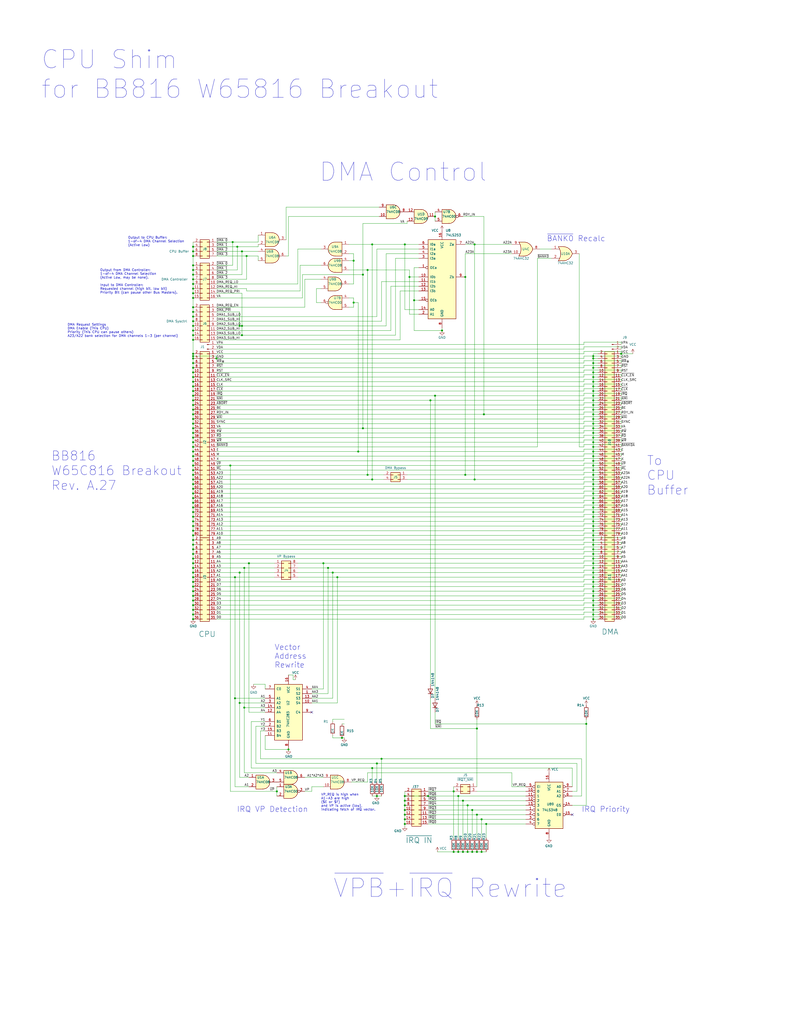
<source format=kicad_sch>
(kicad_sch (version 20230121) (generator eeschema)
  (paper "C" portrait)
  (junction (at 257.81 441.96))
  (junction (at 184.15 314.96))
  (junction (at 105.41 170.18))
  (junction (at 323.85 208.28))
  (junction (at 105.41 281.94))
  (junction (at 132.08 182.88))
  (junction (at 105.41 238.76))
  (junction (at 259.08 261.62))
  (junction (at 105.41 220.98))
  (junction (at 255.27 439.42))
  (junction (at 193.04 142.24))
  (junction (at 105.41 325.12))
  (junction (at 105.41 289.56))
  (junction (at 105.41 134.62))
  (junction (at 105.41 259.08))
  (junction (at 323.85 231.14))
  (junction (at 130.81 177.8))
  (junction (at 220.98 434.34))
  (junction (at 323.85 223.52))
  (junction (at 105.41 302.26))
  (junction (at 128.27 314.96))
  (junction (at 237.49 118.11))
  (junction (at 130.81 383.54))
  (junction (at 220.98 447.04))
  (junction (at 179.07 309.88))
  (junction (at 132.08 177.8))
  (junction (at 151.13 431.8))
  (junction (at 323.85 200.66))
  (junction (at 105.41 312.42))
  (junction (at 157.48 408.94))
  (junction (at 320.04 394.97))
  (junction (at 323.85 220.98))
  (junction (at 323.85 259.08))
  (junction (at 105.41 279.4))
  (junction (at 181.61 312.42))
  (junction (at 105.41 299.72))
  (junction (at 323.85 205.74))
  (junction (at 105.41 213.36))
  (junction (at 105.41 264.16))
  (junction (at 105.41 152.4))
  (junction (at 105.41 203.2))
  (junction (at 105.41 157.48))
  (junction (at 323.85 332.74))
  (junction (at 105.41 251.46))
  (junction (at 200.66 147.32))
  (junction (at 105.41 269.24))
  (junction (at 323.85 271.78))
  (junction (at 323.85 269.24))
  (junction (at 105.41 266.7))
  (junction (at 128.27 381))
  (junction (at 105.41 233.68))
  (junction (at 105.41 210.82))
  (junction (at 203.2 133.35))
  (junction (at 195.58 246.38))
  (junction (at 200.66 259.08))
  (junction (at 323.85 279.4))
  (junction (at 105.41 294.64))
  (junction (at 323.85 335.28))
  (junction (at 186.69 402.59))
  (junction (at 105.41 322.58))
  (junction (at 260.35 444.5))
  (junction (at 208.28 414.02))
  (junction (at 132.08 137.16))
  (junction (at 105.41 167.64))
  (junction (at 323.85 297.18))
  (junction (at 105.41 256.54))
  (junction (at 105.41 309.88))
  (junction (at 252.73 464.82))
  (junction (at 105.41 223.52))
  (junction (at 220.98 449.58))
  (junction (at 323.85 236.22))
  (junction (at 105.41 194.31))
  (junction (at 105.41 208.28))
  (junction (at 323.85 330.2))
  (junction (at 193.04 165.1))
  (junction (at 105.41 205.74))
  (junction (at 203.2 419.1))
  (junction (at 105.41 185.42))
  (junction (at 323.85 304.8))
  (junction (at 105.41 274.32))
  (junction (at 323.85 210.82))
  (junction (at 323.85 327.66))
  (junction (at 264.16 226.06))
  (junction (at 105.41 160.02))
  (junction (at 105.41 180.34))
  (junction (at 255.27 464.82))
  (junction (at 323.85 261.62))
  (junction (at 260.35 397.51))
  (junction (at 105.41 182.88))
  (junction (at 135.89 307.34))
  (junction (at 323.85 213.36))
  (junction (at 323.85 314.96))
  (junction (at 105.41 172.72))
  (junction (at 226.06 163.83))
  (junction (at 105.41 243.84))
  (junction (at 105.41 144.78))
  (junction (at 105.41 231.14))
  (junction (at 323.85 256.54))
  (junction (at 323.85 226.06))
  (junction (at 105.41 154.94))
  (junction (at 105.41 335.28))
  (junction (at 105.41 317.5))
  (junction (at 323.85 266.7))
  (junction (at 265.43 449.58))
  (junction (at 259.08 133.35))
  (junction (at 198.12 149.86))
  (junction (at 254 151.13))
  (junction (at 233.68 434.34))
  (junction (at 105.41 236.22))
  (junction (at 323.85 248.92))
  (junction (at 323.85 312.42))
  (junction (at 105.41 198.12))
  (junction (at 262.89 447.04))
  (junction (at 323.85 307.34))
  (junction (at 125.73 254))
  (junction (at 105.41 261.62))
  (junction (at 323.85 276.86))
  (junction (at 198.12 233.68))
  (junction (at 323.85 320.04))
  (junction (at 105.41 248.92))
  (junction (at 247.65 431.8))
  (junction (at 105.41 195.58))
  (junction (at 323.85 287.02))
  (junction (at 105.41 292.1))
  (junction (at 323.85 299.72))
  (junction (at 323.85 317.5))
  (junction (at 323.85 322.58))
  (junction (at 105.41 228.6))
  (junction (at 105.41 271.78))
  (junction (at 105.41 337.82))
  (junction (at 323.85 284.48))
  (junction (at 234.95 218.44))
  (junction (at 176.53 307.34))
  (junction (at 105.41 332.74))
  (junction (at 205.74 434.34))
  (junction (at 323.85 254))
  (junction (at 247.65 464.82))
  (junction (at 339.09 193.04))
  (junction (at 323.85 264.16))
  (junction (at 254 259.08))
  (junction (at 105.41 177.8))
  (junction (at 105.41 297.18))
  (junction (at 323.85 228.6))
  (junction (at 105.41 200.66))
  (junction (at 127 132.08))
  (junction (at 323.85 292.1))
  (junction (at 220.98 441.96))
  (junction (at 105.41 162.56))
  (junction (at 323.85 281.94))
  (junction (at 105.41 193.04))
  (junction (at 220.98 133.35))
  (junction (at 203.2 261.62))
  (junction (at 129.54 134.62))
  (junction (at 223.52 151.13))
  (junction (at 134.62 139.7))
  (junction (at 105.41 304.8))
  (junction (at 323.85 246.38))
  (junction (at 105.41 147.32))
  (junction (at 323.85 243.84))
  (junction (at 105.41 330.2))
  (junction (at 323.85 302.26))
  (junction (at 105.41 276.86))
  (junction (at 133.35 386.08))
  (junction (at 105.41 320.04))
  (junction (at 323.85 238.76))
  (junction (at 105.41 139.7))
  (junction (at 105.41 287.02))
  (junction (at 105.41 246.38))
  (junction (at 323.85 203.2))
  (junction (at 105.41 327.66))
  (junction (at 220.98 439.42))
  (junction (at 105.41 307.34))
  (junction (at 133.35 309.88))
  (junction (at 241.3 180.34))
  (junction (at 220.98 436.88))
  (junction (at 323.85 337.82))
  (junction (at 323.85 309.88))
  (junction (at 130.81 312.42))
  (junction (at 105.41 149.86))
  (junction (at 105.41 241.3))
  (junction (at 323.85 194.31))
  (junction (at 220.98 444.5))
  (junction (at 260.35 464.82))
  (junction (at 250.19 434.34))
  (junction (at 323.85 241.3))
  (junction (at 323.85 325.12))
  (junction (at 323.85 218.44))
  (junction (at 105.41 175.26))
  (junction (at 105.41 137.16))
  (junction (at 118.11 195.58))
  (junction (at 323.85 294.64))
  (junction (at 323.85 289.56))
  (junction (at 262.89 464.82))
  (junction (at 257.81 464.82))
  (junction (at 205.74 416.56))
  (junction (at 105.41 284.48))
  (junction (at 323.85 251.46))
  (junction (at 323.85 198.12))
  (junction (at 105.41 218.44))
  (junction (at 105.41 226.06))
  (junction (at 105.41 254))
  (junction (at 323.85 233.68))
  (junction (at 105.41 215.9))
  (junction (at 323.85 195.58))
  (junction (at 252.73 436.88))
  (junction (at 323.85 215.9))
  (junction (at 323.85 274.32))
  (junction (at 237.49 215.9))
  (junction (at 105.41 314.96))
  (junction (at 250.19 464.82))
  (no_connect (at 170.18 388.62))
  (no_connect (at 312.42 444.5))
  (wire (pts (xy 318.77 326.39) (xy 318.77 327.66)))
  (wire (pts (xy 105.41 228.6) (xy 105.41 231.14)))
  (wire (pts (xy 118.11 274.32) (xy 318.77 274.32)))
  (wire (pts (xy 163.83 158.75) (xy 134.62 158.75)))
  (wire (pts (xy 293.37 140.97) (xy 300.99 140.97)))
  (wire (pts (xy 200.66 147.32) (xy 223.52 147.32)))
  (wire (pts (xy 255.27 439.42) (xy 287.02 439.42)))
  (wire (pts (xy 140.97 132.08) (xy 140.97 128.27)))
  (wire (pts (xy 118.11 299.72) (xy 318.77 299.72)))
  (wire (pts (xy 323.85 325.12) (xy 323.85 327.66)))
  (wire (pts (xy 118.11 200.66) (xy 318.77 200.66)))
  (wire (pts (xy 157.48 118.11) (xy 157.48 139.7)))
  (wire (pts (xy 118.11 149.86) (xy 132.08 149.86)))
  (wire (pts (xy 191.77 426.72) (xy 200.66 426.72)))
  (wire (pts (xy 318.77 209.55) (xy 318.77 210.82)))
  (wire (pts (xy 339.09 278.13) (xy 339.09 279.4)))
  (wire (pts (xy 163.83 144.78) (xy 163.83 158.75)))
  (wire (pts (xy 339.09 306.07) (xy 318.77 306.07)))
  (wire (pts (xy 339.09 226.06) (xy 339.09 224.79)))
  (wire (pts (xy 318.77 300.99) (xy 318.77 302.26)))
  (wire (pts (xy 105.41 281.94) (xy 105.41 284.48)))
  (wire (pts (xy 118.11 233.68) (xy 198.12 233.68)))
  (wire (pts (xy 127 132.08) (xy 118.11 132.08)))
  (wire (pts (xy 226.06 180.34) (xy 241.3 180.34)))
  (wire (pts (xy 339.09 212.09) (xy 318.77 212.09)))
  (wire (pts (xy 198.12 121.92) (xy 198.12 149.86)))
  (wire (pts (xy 339.09 328.93) (xy 339.09 330.2)))
  (wire (pts (xy 186.69 394.97) (xy 187.96 394.97)))
  (wire (pts (xy 323.85 269.24) (xy 323.85 271.78)))
  (wire (pts (xy 105.41 193.04) (xy 105.41 194.31)))
  (wire (pts (xy 339.09 300.99) (xy 339.09 302.26)))
  (wire (pts (xy 339.09 283.21) (xy 339.09 284.48)))
  (wire (pts (xy 323.85 292.1) (xy 326.39 292.1)))
  (wire (pts (xy 339.09 237.49) (xy 339.09 238.76)))
  (wire (pts (xy 165.1 162.56) (xy 165.1 149.86)))
  (wire (pts (xy 105.41 162.56) (xy 105.41 167.64)))
  (wire (pts (xy 137.16 393.7) (xy 137.16 419.1)))
  (wire (pts (xy 323.85 332.74) (xy 323.85 335.28)))
  (wire (pts (xy 260.35 431.8) (xy 287.02 431.8)))
  (wire (pts (xy 323.85 208.28) (xy 326.39 208.28)))
  (wire (pts (xy 323.85 200.66) (xy 326.39 200.66)))
  (wire (pts (xy 151.13 429.26) (xy 151.13 431.8)))
  (wire (pts (xy 339.09 262.89) (xy 318.77 262.89)))
  (wire (pts (xy 323.85 251.46) (xy 326.39 251.46)))
  (wire (pts (xy 323.85 264.16) (xy 323.85 266.7)))
  (wire (pts (xy 339.09 193.04) (xy 345.44 193.04)))
  (wire (pts (xy 237.49 115.57) (xy 237.49 118.11)))
  (wire (pts (xy 265.43 449.58) (xy 287.02 449.58)))
  (wire (pts (xy 128.27 381) (xy 128.27 429.26)))
  (wire (pts (xy 323.85 241.3) (xy 323.85 243.84)))
  (wire (pts (xy 156.21 113.03) (xy 156.21 130.81)))
  (wire (pts (xy 339.09 193.04) (xy 339.09 191.77)))
  (wire (pts (xy 323.85 330.2) (xy 326.39 330.2)))
  (wire (pts (xy 339.09 208.28) (xy 339.09 207.01)))
  (wire (pts (xy 105.41 279.4) (xy 105.41 281.94)))
  (wire (pts (xy 105.41 287.02) (xy 105.41 289.56)))
  (wire (pts (xy 339.09 293.37) (xy 318.77 293.37)))
  (wire (pts (xy 339.09 232.41) (xy 318.77 232.41)))
  (wire (pts (xy 105.41 231.14) (xy 105.41 233.68)))
  (wire (pts (xy 323.85 312.42) (xy 326.39 312.42)))
  (wire (pts (xy 105.41 200.66) (xy 105.41 203.2)))
  (wire (pts (xy 260.35 429.26) (xy 260.35 397.51)))
  (wire (pts (xy 140.97 139.7) (xy 140.97 142.24)))
  (wire (pts (xy 318.77 217.17) (xy 318.77 218.44)))
  (wire (pts (xy 228.6 156.21) (xy 213.36 156.21)))
  (wire (pts (xy 105.41 160.02) (xy 105.41 162.56)))
  (wire (pts (xy 237.49 394.97) (xy 320.04 394.97)))
  (wire (pts (xy 118.11 198.12) (xy 318.77 198.12)))
  (wire (pts (xy 339.09 255.27) (xy 318.77 255.27)))
  (wire (pts (xy 166.37 431.8) (xy 170.18 431.8)))
  (wire (pts (xy 294.64 135.89) (xy 300.99 135.89)))
  (wire (pts (xy 339.09 224.79) (xy 318.77 224.79)))
  (wire (pts (xy 339.09 240.03) (xy 339.09 241.3)))
  (wire (pts (xy 222.25 261.62) (xy 259.08 261.62)))
  (wire (pts (xy 162.56 312.42) (xy 181.61 312.42)))
  (wire (pts (xy 323.85 317.5) (xy 323.85 320.04)))
  (wire (pts (xy 220.98 133.35) (xy 228.6 133.35)))
  (wire (pts (xy 208.28 414.02) (xy 317.5 414.02)))
  (wire (pts (xy 105.41 238.76) (xy 105.41 241.3)))
  (wire (pts (xy 198.12 121.92) (xy 222.25 121.92)))
  (wire (pts (xy 323.85 238.76) (xy 326.39 238.76)))
  (wire (pts (xy 339.09 316.23) (xy 318.77 316.23)))
  (wire (pts (xy 318.77 308.61) (xy 318.77 309.88)))
  (wire (pts (xy 339.09 285.75) (xy 318.77 285.75)))
  (wire (pts (xy 205.74 416.56) (xy 139.7 416.56)))
  (wire (pts (xy 133.35 386.08) (xy 144.78 386.08)))
  (wire (pts (xy 318.77 237.49) (xy 318.77 238.76)))
  (wire (pts (xy 118.11 243.84) (xy 293.37 243.84)))
  (wire (pts (xy 118.11 167.64) (xy 166.37 167.64)))
  (wire (pts (xy 105.41 259.08) (xy 105.41 261.62)))
  (wire (pts (xy 130.81 383.54) (xy 130.81 424.18)))
  (wire (pts (xy 312.42 439.42) (xy 320.04 439.42)))
  (wire (pts (xy 323.85 335.28) (xy 326.39 335.28)))
  (wire (pts (xy 318.77 318.77) (xy 318.77 320.04)))
  (wire (pts (xy 118.11 266.7) (xy 318.77 266.7)))
  (wire (pts (xy 339.09 229.87) (xy 339.09 231.14)))
  (wire (pts (xy 130.81 312.42) (xy 149.86 312.42)))
  (wire (pts (xy 105.41 294.64) (xy 105.41 297.18)))
  (wire (pts (xy 323.85 218.44) (xy 323.85 220.98)))
  (wire (pts (xy 339.09 331.47) (xy 339.09 332.74)))
  (wire (pts (xy 105.41 177.8) (xy 105.41 180.34)))
  (wire (pts (xy 323.85 281.94) (xy 326.39 281.94)))
  (wire (pts (xy 105.41 139.7) (xy 105.41 144.78)))
  (wire (pts (xy 339.09 252.73) (xy 339.09 254)))
  (wire (pts (xy 323.85 314.96) (xy 326.39 314.96)))
  (wire (pts (xy 339.09 252.73) (xy 318.77 252.73)))
  (wire (pts (xy 220.98 436.88) (xy 220.98 439.42)))
  (wire (pts (xy 181.61 401.32) (xy 181.61 402.59)))
  (wire (pts (xy 203.2 419.1) (xy 137.16 419.1)))
  (wire (pts (xy 130.81 177.8) (xy 132.08 177.8)))
  (wire (pts (xy 228.6 168.91) (xy 220.98 168.91)))
  (wire (pts (xy 105.41 317.5) (xy 105.41 320.04)))
  (wire (pts (xy 323.85 335.28) (xy 323.85 337.82)))
  (wire (pts (xy 320.04 392.43) (xy 320.04 394.97)))
  (wire (pts (xy 118.11 337.82) (xy 318.77 337.82)))
  (wire (pts (xy 186.69 402.59) (xy 187.96 402.59)))
  (wire (pts (xy 323.85 238.76) (xy 323.85 241.3)))
  (wire (pts (xy 125.73 254) (xy 318.77 254)))
  (wire (pts (xy 128.27 314.96) (xy 149.86 314.96)))
  (wire (pts (xy 118.11 281.94) (xy 318.77 281.94)))
  (wire (pts (xy 339.09 262.89) (xy 339.09 264.16)))
  (wire (pts (xy 323.85 330.2) (xy 323.85 332.74)))
  (wire (pts (xy 222.25 121.92) (xy 222.25 120.65)))
  (wire (pts (xy 323.85 246.38) (xy 323.85 248.92)))
  (wire (pts (xy 339.09 218.44) (xy 339.09 217.17)))
  (wire (pts (xy 318.77 290.83) (xy 318.77 292.1)))
  (wire (pts (xy 105.41 137.16) (xy 105.41 139.7)))
  (wire (pts (xy 205.74 172.72) (xy 118.11 172.72)))
  (wire (pts (xy 339.09 311.15) (xy 339.09 312.42)))
  (wire (pts (xy 198.12 233.68) (xy 318.77 233.68)))
  (wire (pts (xy 176.53 429.26) (xy 170.18 429.26)))
  (wire (pts (xy 260.35 444.5) (xy 260.35 457.2)))
  (wire (pts (xy 318.77 293.37) (xy 318.77 294.64)))
  (wire (pts (xy 339.09 334.01) (xy 318.77 334.01)))
  (wire (pts (xy 105.41 205.74) (xy 105.41 208.28)))
  (wire (pts (xy 181.61 381) (xy 181.61 312.42)))
  (wire (pts (xy 323.85 279.4) (xy 326.39 279.4)))
  (wire (pts (xy 314.96 431.8) (xy 312.42 431.8)))
  (wire (pts (xy 339.09 200.66) (xy 339.09 199.39)))
  (wire (pts (xy 318.77 283.21) (xy 318.77 284.48)))
  (wire (pts (xy 181.61 392.43) (xy 181.61 393.7)))
  (wire (pts (xy 195.58 246.38) (xy 195.58 165.1)))
  (wire (pts (xy 170.18 381) (xy 181.61 381)))
  (wire (pts (xy 133.35 421.64) (xy 151.13 421.64)))
  (wire (pts (xy 237.49 394.97) (xy 237.49 388.62)))
  (wire (pts (xy 318.77 336.55) (xy 318.77 337.82)))
  (wire (pts (xy 323.85 322.58) (xy 323.85 325.12)))
  (wire (pts (xy 323.85 228.6) (xy 323.85 231.14)))
  (wire (pts (xy 163.83 144.78) (xy 175.26 144.78)))
  (wire (pts (xy 105.41 248.92) (xy 105.41 251.46)))
  (wire (pts (xy 128.27 429.26) (xy 135.89 429.26)))
  (wire (pts (xy 118.11 322.58) (xy 318.77 322.58)))
  (wire (pts (xy 323.85 228.6) (xy 326.39 228.6)))
  (wire (pts (xy 190.5 167.64) (xy 193.04 167.64)))
  (wire (pts (xy 323.85 233.68) (xy 326.39 233.68)))
  (wire (pts (xy 233.68 441.96) (xy 257.81 441.96)))
  (wire (pts (xy 172.72 165.1) (xy 175.26 165.1)))
  (wire (pts (xy 323.85 215.9) (xy 326.39 215.9)))
  (wire (pts (xy 339.09 217.17) (xy 318.77 217.17)))
  (wire (pts (xy 323.85 327.66) (xy 326.39 327.66)))
  (wire (pts (xy 318.77 224.79) (xy 318.77 226.06)))
  (wire (pts (xy 293.37 140.97) (xy 293.37 243.84)))
  (wire (pts (xy 105.41 264.16) (xy 105.41 266.7)))
  (wire (pts (xy 323.85 317.5) (xy 326.39 317.5)))
  (wire (pts (xy 105.41 170.18) (xy 105.41 172.72)))
  (wire (pts (xy 193.04 162.56) (xy 193.04 165.1)))
  (wire (pts (xy 339.09 273.05) (xy 339.09 274.32)))
  (wire (pts (xy 118.11 287.02) (xy 318.77 287.02)))
  (wire (pts (xy 316.23 243.84) (xy 318.77 243.84)))
  (wire (pts (xy 105.41 236.22) (xy 105.41 238.76)))
  (wire (pts (xy 105.41 180.34) (xy 105.41 182.88)))
  (wire (pts (xy 208.28 153.67) (xy 208.28 175.26)))
  (wire (pts (xy 339.09 321.31) (xy 318.77 321.31)))
  (wire (pts (xy 323.85 294.64) (xy 326.39 294.64)))
  (wire (pts (xy 181.61 312.42) (xy 318.77 312.42)))
  (wire (pts (xy 215.9 140.97) (xy 215.9 182.88)))
  (wire (pts (xy 323.85 281.94) (xy 323.85 284.48)))
  (wire (pts (xy 260.35 444.5) (xy 287.02 444.5)))
  (wire (pts (xy 247.65 431.8) (xy 247.65 457.2)))
  (wire (pts (xy 218.44 158.75) (xy 218.44 185.42)))
  (wire (pts (xy 339.09 219.71) (xy 318.77 219.71)))
  (wire (pts (xy 259.08 133.35) (xy 259.08 261.62)))
  (wire (pts (xy 252.73 436.88) (xy 287.02 436.88)))
  (wire (pts (xy 162.56 309.88) (xy 179.07 309.88)))
  (wire (pts (xy 226.06 146.05) (xy 226.06 163.83)))
  (wire (pts (xy 339.09 247.65) (xy 339.09 248.92)))
  (wire (pts (xy 190.5 133.35) (xy 203.2 133.35)))
  (wire (pts (xy 318.77 229.87) (xy 318.77 231.14)))
  (wire (pts (xy 255.27 464.82) (xy 252.73 464.82)))
  (wire (pts (xy 144.78 401.32) (xy 144.78 408.94)))
  (wire (pts (xy 318.77 222.25) (xy 318.77 223.52)))
  (wire (pts (xy 118.11 304.8) (xy 318.77 304.8)))
  (wire (pts (xy 105.41 302.26) (xy 105.41 304.8)))
  (wire (pts (xy 233.68 444.5) (xy 260.35 444.5)))
  (wire (pts (xy 339.09 250.19) (xy 339.09 251.46)))
  (wire (pts (xy 318.77 204.47) (xy 318.77 205.74)))
  (wire (pts (xy 105.41 208.28) (xy 105.41 210.82)))
  (wire (pts (xy 105.41 289.56) (xy 105.41 292.1)))
  (wire (pts (xy 238.76 464.82) (xy 247.65 464.82)))
  (wire (pts (xy 339.09 267.97) (xy 318.77 267.97)))
  (wire (pts (xy 317.5 434.34) (xy 312.42 434.34)))
  (wire (pts (xy 105.41 325.12) (xy 105.41 327.66)))
  (wire (pts (xy 339.09 313.69) (xy 339.09 314.96)))
  (wire (pts (xy 118.11 320.04) (xy 318.77 320.04)))
  (wire (pts (xy 210.82 177.8) (xy 132.08 177.8)))
  (wire (pts (xy 323.85 320.04) (xy 323.85 322.58)))
  (wire (pts (xy 339.09 278.13) (xy 318.77 278.13)))
  (wire (pts (xy 118.11 213.36) (xy 318.77 213.36)))
  (wire (pts (xy 339.09 191.77) (xy 318.77 191.77)))
  (wire (pts (xy 254 138.43) (xy 254 151.13)))
  (wire (pts (xy 105.41 172.72) (xy 105.41 175.26)))
  (wire (pts (xy 130.81 424.18) (xy 135.89 424.18)))
  (wire (pts (xy 118.11 312.42) (xy 130.81 312.42)))
  (wire (pts (xy 312.42 429.26) (xy 312.42 419.1)))
  (wire (pts (xy 226.06 163.83) (xy 226.06 180.34)))
  (wire (pts (xy 193.04 142.24) (xy 193.04 138.43)))
  (wire (pts (xy 118.11 314.96) (xy 128.27 314.96)))
  (wire (pts (xy 105.41 243.84) (xy 105.41 246.38)))
  (wire (pts (xy 133.35 309.88) (xy 133.35 386.08)))
  (wire (pts (xy 118.11 251.46) (xy 318.77 251.46)))
  (wire (pts (xy 144.78 373.38) (xy 144.78 375.92)))
  (wire (pts (xy 317.5 434.34) (xy 317.5 414.02)))
  (wire (pts (xy 203.2 133.35) (xy 220.98 133.35)))
  (wire (pts (xy 323.85 332.74) (xy 326.39 332.74)))
  (wire (pts (xy 339.09 205.74) (xy 339.09 204.47)))
  (wire (pts (xy 118.11 147.32) (xy 129.54 147.32)))
  (wire (pts (xy 161.29 370.84) (xy 160.02 370.84)))
  (wire (pts (xy 220.98 444.5) (xy 220.98 447.04)))
  (wire (pts (xy 318.77 187.96) (xy 318.77 186.69)))
  (wire (pts (xy 323.85 304.8) (xy 323.85 307.34)))
  (wire (pts (xy 166.37 152.4) (xy 175.26 152.4)))
  (wire (pts (xy 323.85 194.31) (xy 339.09 194.31)))
  (wire (pts (xy 323.85 297.18) (xy 326.39 297.18)))
  (wire (pts (xy 205.74 135.89) (xy 205.74 172.72)))
  (wire (pts (xy 323.85 289.56) (xy 323.85 292.1)))
  (wire (pts (xy 339.09 334.01) (xy 339.09 335.28)))
  (wire (pts (xy 160.02 370.84) (xy 160.02 368.3)))
  (wire (pts (xy 220.98 450.85) (xy 220.98 449.58)))
  (wire (pts (xy 339.09 298.45) (xy 339.09 299.72)))
  (wire (pts (xy 118.11 226.06) (xy 264.16 226.06)))
  (wire (pts (xy 339.09 186.69) (xy 318.77 186.69)))
  (wire (pts (xy 105.41 194.31) (xy 105.41 195.58)))
  (wire (pts (xy 339.09 275.59) (xy 318.77 275.59)))
  (wire (pts (xy 318.77 274.32) (xy 318.77 273.05)))
  (wire (pts (xy 339.09 326.39) (xy 339.09 327.66)))
  (wire (pts (xy 339.09 223.52) (xy 339.09 222.25)))
  (wire (pts (xy 208.28 434.34) (xy 205.74 434.34)))
  (wire (pts (xy 323.85 289.56) (xy 326.39 289.56)))
  (wire (pts (xy 318.77 321.31) (xy 318.77 322.58)))
  (wire (pts (xy 339.09 255.27) (xy 339.09 256.54)))
  (wire (pts (xy 339.09 321.31) (xy 339.09 322.58)))
  (wire (pts (xy 323.85 269.24) (xy 326.39 269.24)))
  (wire (pts (xy 132.08 182.88) (xy 118.11 182.88)))
  (wire (pts (xy 252.73 436.88) (xy 252.73 457.2)))
  (wire (pts (xy 228.6 158.75) (xy 218.44 158.75)))
  (wire (pts (xy 105.41 292.1) (xy 105.41 294.64)))
  (wire (pts (xy 105.41 233.68) (xy 105.41 236.22)))
  (wire (pts (xy 162.56 135.89) (xy 162.56 154.94)))
  (wire (pts (xy 254 138.43) (xy 279.4 138.43)))
  (wire (pts (xy 323.85 198.12) (xy 326.39 198.12)))
  (wire (pts (xy 181.61 402.59) (xy 186.69 402.59)))
  (wire (pts (xy 318.77 243.84) (xy 318.77 242.57)))
  (wire (pts (xy 134.62 139.7) (xy 134.62 152.4)))
  (wire (pts (xy 105.41 198.12) (xy 105.41 200.66)))
  (wire (pts (xy 318.77 227.33) (xy 318.77 228.6)))
  (wire (pts (xy 323.85 233.68) (xy 323.85 236.22)))
  (wire (pts (xy 193.04 165.1) (xy 193.04 167.64)))
  (wire (pts (xy 105.41 304.8) (xy 105.41 307.34)))
  (wire (pts (xy 339.09 222.25) (xy 318.77 222.25)))
  (wire (pts (xy 125.73 431.8) (xy 151.13 431.8)))
  (wire (pts (xy 318.77 313.69) (xy 318.77 314.96)))
  (wire (pts (xy 255.27 464.82) (xy 257.81 464.82)))
  (wire (pts (xy 118.11 195.58) (xy 318.77 195.58)))
  (wire (pts (xy 118.11 317.5) (xy 318.77 317.5)))
  (wire (pts (xy 228.6 138.43) (xy 210.82 138.43)))
  (wire (pts (xy 339.09 308.61) (xy 318.77 308.61)))
  (wire (pts (xy 250.19 464.82) (xy 252.73 464.82)))
  (wire (pts (xy 339.09 290.83) (xy 339.09 292.1)))
  (wire (pts (xy 318.77 214.63) (xy 318.77 215.9)))
  (wire (pts (xy 118.11 307.34) (xy 135.89 307.34)))
  (wire (pts (xy 105.41 182.88) (xy 105.41 185.42)))
  (wire (pts (xy 318.77 259.08) (xy 318.77 257.81)))
  (wire (pts (xy 255.27 439.42) (xy 255.27 457.2)))
  (wire (pts (xy 323.85 200.66) (xy 323.85 203.2)))
  (wire (pts (xy 105.41 309.88) (xy 105.41 312.42)))
  (wire (pts (xy 316.23 138.43) (xy 316.23 243.84)))
  (wire (pts (xy 220.98 439.42) (xy 220.98 441.96)))
  (wire (pts (xy 105.41 246.38) (xy 105.41 248.92)))
  (wire (pts (xy 339.09 336.55) (xy 339.09 337.82)))
  (wire (pts (xy 140.97 134.62) (xy 140.97 133.35)))
  (wire (pts (xy 323.85 266.7) (xy 323.85 269.24)))
  (wire (pts (xy 339.09 201.93) (xy 318.77 201.93)))
  (wire (pts (xy 323.85 254) (xy 323.85 256.54)))
  (wire (pts (xy 323.85 223.52) (xy 326.39 223.52)))
  (wire (pts (xy 203.2 426.72) (xy 203.2 419.1)))
  (wire (pts (xy 105.41 175.26) (xy 105.41 177.8)))
  (wire (pts (xy 264.16 118.11) (xy 252.73 118.11)))
  (wire (pts (xy 318.77 311.15) (xy 318.77 312.42)))
  (wire (pts (xy 118.11 152.4) (xy 134.62 152.4)))
  (wire (pts (xy 127 132.08) (xy 140.97 132.08)))
  (wire (pts (xy 259.08 261.62) (xy 318.77 261.62)))
  (wire (pts (xy 220.98 431.8) (xy 220.98 434.34)))
  (wire (pts (xy 118.11 205.74) (xy 318.77 205.74)))
  (wire (pts (xy 118.11 259.08) (xy 200.66 259.08)))
  (wire (pts (xy 118.11 254) (xy 125.73 254)))
  (wire (pts (xy 118.11 248.92) (xy 318.77 248.92)))
  (wire (pts (xy 323.85 309.88) (xy 326.39 309.88)))
  (wire (pts (xy 193.04 142.24) (xy 193.04 154.94)))
  (wire (pts (xy 323.85 307.34) (xy 326.39 307.34)))
  (wire (pts (xy 135.89 388.62) (xy 144.78 388.62)))
  (wire (pts (xy 323.85 248.92) (xy 323.85 251.46)))
  (wire (pts (xy 105.41 271.78) (xy 105.41 274.32)))
  (wire (pts (xy 323.85 210.82) (xy 326.39 210.82)))
  (wire (pts (xy 118.11 218.44) (xy 234.95 218.44)))
  (wire (pts (xy 105.41 147.32) (xy 105.41 149.86)))
  (wire (pts (xy 105.41 254) (xy 105.41 256.54)))
  (wire (pts (xy 132.08 137.16) (xy 118.11 137.16)))
  (wire (pts (xy 220.98 447.04) (xy 220.98 449.58)))
  (wire (pts (xy 339.09 308.61) (xy 339.09 309.88)))
  (wire (pts (xy 323.85 254) (xy 326.39 254)))
  (wire (pts (xy 228.6 153.67) (xy 208.28 153.67)))
  (wire (pts (xy 205.74 416.56) (xy 205.74 426.72)))
  (wire (pts (xy 339.09 234.95) (xy 339.09 236.22)))
  (wire (pts (xy 318.77 242.57) (xy 339.09 242.57)))
  (wire (pts (xy 193.04 165.1) (xy 195.58 165.1)))
  (wire (pts (xy 105.41 167.64) (xy 105.41 170.18)))
  (wire (pts (xy 323.85 248.92) (xy 326.39 248.92)))
  (wire (pts (xy 226.06 163.83) (xy 228.6 163.83)))
  (wire (pts (xy 118.11 269.24) (xy 318.77 269.24)))
  (wire (pts (xy 318.77 266.7) (xy 318.77 265.43)))
  (wire (pts (xy 339.09 214.63) (xy 318.77 214.63)))
  (wire (pts (xy 130.81 177.8) (xy 118.11 177.8)))
  (wire (pts (xy 323.85 287.02) (xy 326.39 287.02)))
  (wire (pts (xy 118.11 325.12) (xy 318.77 325.12)))
  (wire (pts (xy 339.09 199.39) (xy 318.77 199.39)))
  (wire (pts (xy 323.85 213.36) (xy 323.85 215.9)))
  (wire (pts (xy 118.11 297.18) (xy 318.77 297.18)))
  (wire (pts (xy 118.11 231.14) (xy 318.77 231.14)))
  (wire (pts (xy 323.85 194.31) (xy 323.85 195.58)))
  (wire (pts (xy 118.11 264.16) (xy 318.77 264.16)))
  (wire (pts (xy 205.74 434.34) (xy 203.2 434.34)))
  (wire (pts (xy 220.98 434.34) (xy 220.98 436.88)))
  (wire (pts (xy 160.02 368.3) (xy 157.48 368.3)))
  (wire (pts (xy 220.98 168.91) (xy 220.98 133.35)))
  (wire (pts (xy 318.77 191.77) (xy 318.77 193.04)))
  (wire (pts (xy 323.85 205.74) (xy 326.39 205.74)))
  (wire (pts (xy 134.62 139.7) (xy 140.97 139.7)))
  (wire (pts (xy 250.19 434.34) (xy 287.02 434.34)))
  (wire (pts (xy 172.72 165.1) (xy 172.72 157.48)))
  (wire (pts (xy 233.68 431.8) (xy 247.65 431.8)))
  (wire (pts (xy 184.15 383.54) (xy 184.15 314.96)))
  (wire (pts (xy 339.09 229.87) (xy 318.77 229.87)))
  (wire (pts (xy 132.08 160.02) (xy 132.08 177.8)))
  (wire (pts (xy 118.11 327.66) (xy 318.77 327.66)))
  (wire (pts (xy 200.66 426.72) (xy 200.66 421.64)))
  (wire (pts (xy 260.35 464.82) (xy 257.81 464.82)))
  (wire (pts (xy 198.12 149.86) (xy 198.12 233.68)))
  (wire (pts (xy 339.09 270.51) (xy 339.09 271.78)))
  (wire (pts (xy 323.85 261.62) (xy 323.85 264.16)))
  (wire (pts (xy 323.85 208.28) (xy 323.85 210.82)))
  (wire (pts (xy 323.85 337.82) (xy 326.39 337.82)))
  (wire (pts (xy 105.41 256.54) (xy 105.41 259.08)))
  (wire (pts (xy 118.11 238.76) (xy 318.77 238.76)))
  (wire (pts (xy 142.24 398.78) (xy 142.24 414.02)))
  (wire (pts (xy 170.18 383.54) (xy 184.15 383.54)))
  (wire (pts (xy 105.41 314.96) (xy 105.41 317.5)))
  (wire (pts (xy 318.77 212.09) (xy 318.77 213.36)))
  (wire (pts (xy 339.09 227.33) (xy 318.77 227.33)))
  (wire (pts (xy 157.48 118.11) (xy 207.01 118.11)))
  (wire (pts (xy 323.85 226.06) (xy 326.39 226.06)))
  (wire (pts (xy 223.52 171.45) (xy 223.52 151.13)))
  (wire (pts (xy 105.41 149.86) (xy 105.41 152.4)))
  (wire (pts (xy 323.85 261.62) (xy 326.39 261.62)))
  (wire (pts (xy 323.85 284.48) (xy 323.85 287.02)))
  (wire (pts (xy 144.78 408.94) (xy 157.48 408.94)))
  (wire (pts (xy 220.98 434.34) (xy 233.68 434.34)))
  (wire (pts (xy 210.82 138.43) (xy 210.82 177.8)))
  (wire (pts (xy 323.85 259.08) (xy 323.85 261.62)))
  (wire (pts (xy 195.58 246.38) (xy 318.77 246.38)))
  (wire (pts (xy 279.4 429.26) (xy 287.02 429.26)))
  (wire (pts (xy 105.41 335.28) (xy 105.41 337.82)))
  (wire (pts (xy 254 259.08) (xy 318.77 259.08)))
  (wire (pts (xy 135.89 307.34) (xy 135.89 388.62)))
  (wire (pts (xy 323.85 251.46) (xy 323.85 254)))
  (wire (pts (xy 118.11 284.48) (xy 318.77 284.48)))
  (wire (pts (xy 318.77 245.11) (xy 318.77 246.38)))
  (wire (pts (xy 105.41 215.9) (xy 105.41 218.44)))
  (wire (pts (xy 339.09 257.81) (xy 339.09 259.08)))
  (wire (pts (xy 176.53 307.34) (xy 318.77 307.34)))
  (wire (pts (xy 323.85 302.26) (xy 326.39 302.26)))
  (wire (pts (xy 323.85 210.82) (xy 323.85 213.36)))
  (wire (pts (xy 118.11 210.82) (xy 318.77 210.82)))
  (wire (pts (xy 233.68 449.58) (xy 265.43 449.58)))
  (wire (pts (xy 118.11 215.9) (xy 237.49 215.9)))
  (wire (pts (xy 105.41 241.3) (xy 105.41 243.84)))
  (wire (pts (xy 339.09 215.9) (xy 339.09 214.63)))
  (wire (pts (xy 339.09 283.21) (xy 318.77 283.21)))
  (wire (pts (xy 339.09 237.49) (xy 318.77 237.49)))
  (wire (pts (xy 339.09 186.69) (xy 339.09 187.96)))
  (wire (pts (xy 247.65 429.26) (xy 247.65 431.8)))
  (wire (pts (xy 339.09 189.23) (xy 339.09 190.5)))
  (wire (pts (xy 254 133.35) (xy 259.08 133.35)))
  (wire (pts (xy 187.96 392.43) (xy 181.61 392.43)))
  (wire (pts (xy 339.09 328.93) (xy 318.77 328.93)))
  (wire (pts (xy 118.11 187.96) (xy 318.77 187.96)))
  (wire (pts (xy 323.85 231.14) (xy 323.85 233.68)))
  (wire (pts (xy 105.41 220.98) (xy 105.41 223.52)))
  (wire (pts (xy 323.85 195.58) (xy 326.39 195.58)))
  (wire (pts (xy 318.77 298.45) (xy 318.77 299.72)))
  (wire (pts (xy 323.85 193.04) (xy 323.85 194.31)))
  (wire (pts (xy 323.85 215.9) (xy 323.85 218.44)))
  (wire (pts (xy 190.5 142.24) (xy 193.04 142.24)))
  (wire (pts (xy 105.41 223.52) (xy 105.41 226.06)))
  (wire (pts (xy 323.85 223.52) (xy 323.85 226.06)))
  (wire (pts (xy 339.09 313.69) (xy 318.77 313.69)))
  (wire (pts (xy 323.85 259.08) (xy 326.39 259.08)))
  (wire (pts (xy 339.09 331.47) (xy 318.77 331.47)))
  (wire (pts (xy 118.11 292.1) (xy 318.77 292.1)))
  (wire (pts (xy 139.7 396.24) (xy 139.7 416.56)))
  (wire (pts (xy 223.52 151.13) (xy 228.6 151.13)))
  (wire (pts (xy 156.21 113.03) (xy 207.01 113.03)))
  (wire (pts (xy 203.2 261.62) (xy 209.55 261.62)))
  (wire (pts (xy 339.09 298.45) (xy 318.77 298.45)))
  (wire (pts (xy 323.85 297.18) (xy 323.85 299.72)))
  (wire (pts (xy 323.85 299.72) (xy 326.39 299.72)))
  (wire (pts (xy 128.27 314.96) (xy 128.27 381)))
  (wire (pts (xy 318.77 288.29) (xy 318.77 289.56)))
  (wire (pts (xy 320.04 394.97) (xy 320.04 439.42)))
  (wire (pts (xy 323.85 203.2) (xy 323.85 205.74)))
  (wire (pts (xy 339.09 306.07) (xy 339.09 307.34)))
  (wire (pts (xy 339.09 265.43) (xy 339.09 266.7)))
  (wire (pts (xy 118.11 256.54) (xy 318.77 256.54)))
  (wire (pts (xy 323.85 236.22) (xy 323.85 238.76)))
  (wire (pts (xy 209.55 259.08) (xy 200.66 259.08)))
  (wire (pts (xy 166.37 424.18) (xy 176.53 424.18)))
  (wire (pts (xy 132.08 137.16) (xy 140.97 137.16)))
  (wire (pts (xy 223.52 147.32) (xy 223.52 151.13)))
  (wire (pts (xy 339.09 232.41) (xy 339.09 233.68)))
  (wire (pts (xy 257.81 441.96) (xy 257.81 457.2)))
  (wire (pts (xy 118.11 223.52) (xy 318.77 223.52)))
  (wire (pts (xy 203.2 419.1) (xy 312.42 419.1)))
  (wire (pts (xy 118.11 276.86) (xy 318.77 276.86)))
  (wire (pts (xy 105.41 210.82) (xy 105.41 213.36)))
  (wire (pts (xy 205.74 416.56) (xy 314.96 416.56)))
  (wire (pts (xy 339.09 220.98) (xy 339.09 219.71)))
  (wire (pts (xy 318.77 234.95) (xy 318.77 236.22)))
  (wire (pts (xy 156.21 139.7) (xy 157.48 139.7)))
  (wire (pts (xy 323.85 274.32) (xy 323.85 276.86)))
  (wire (pts (xy 233.68 439.42) (xy 255.27 439.42)))
  (wire (pts (xy 318.77 316.23) (xy 318.77 317.5)))
  (wire (pts (xy 339.09 326.39) (xy 318.77 326.39)))
  (wire (pts (xy 118.11 246.38) (xy 195.58 246.38)))
  (wire (pts (xy 190.5 162.56) (xy 193.04 162.56)))
  (wire (pts (xy 200.66 421.64) (xy 279.4 421.64)))
  (wire (pts (xy 318.77 280.67) (xy 318.77 281.94)))
  (wire (pts (xy 318.77 240.03) (xy 318.77 241.3)))
  (wire (pts (xy 190.5 138.43) (xy 193.04 138.43)))
  (wire (pts (xy 339.09 273.05) (xy 318.77 273.05)))
  (wire (pts (xy 176.53 375.92) (xy 176.53 307.34)))
  (wire (pts (xy 105.41 157.48) (xy 105.41 160.02)))
  (wire (pts (xy 118.11 279.4) (xy 318.77 279.4)))
  (wire (pts (xy 339.09 227.33) (xy 339.09 228.6)))
  (wire (pts (xy 323.85 276.86) (xy 323.85 279.4)))
  (wire (pts (xy 228.6 146.05) (xy 226.06 146.05)))
  (wire (pts (xy 105.41 226.06) (xy 105.41 228.6)))
  (wire (pts (xy 105.41 297.18) (xy 105.41 299.72)))
  (wire (pts (xy 118.11 236.22) (xy 318.77 236.22)))
  (wire (pts (xy 339.09 323.85) (xy 339.09 325.12)))
  (wire (pts (xy 250.19 434.34) (xy 250.19 457.2)))
  (wire (pts (xy 260.35 392.43) (xy 260.35 397.51)))
  (wire (pts (xy 323.85 302.26) (xy 323.85 304.8)))
  (wire (pts (xy 105.41 269.24) (xy 105.41 271.78)))
  (wire (pts (xy 132.08 137.16) (xy 132.08 149.86)))
  (wire (pts (xy 339.09 275.59) (xy 339.09 276.86)))
  (wire (pts (xy 118.11 302.26) (xy 318.77 302.26)))
  (wire (pts (xy 233.68 434.34) (xy 250.19 434.34)))
  (wire (pts (xy 105.41 322.58) (xy 105.41 325.12)))
  (wire (pts (xy 130.81 383.54) (xy 144.78 383.54)))
  (wire (pts (xy 105.41 132.08) (xy 105.41 134.62)))
  (wire (pts (xy 318.77 303.53) (xy 318.77 304.8)))
  (wire (pts (xy 323.85 195.58) (xy 323.85 198.12)))
  (wire (pts (xy 323.85 312.42) (xy 323.85 314.96)))
  (wire (pts (xy 228.6 135.89) (xy 205.74 135.89)))
  (wire (pts (xy 318.77 201.93) (xy 318.77 203.2)))
  (wire (pts (xy 339.09 280.67) (xy 339.09 281.94)))
  (wire (pts (xy 323.85 266.7) (xy 326.39 266.7)))
  (wire (pts (xy 262.89 464.82) (xy 260.35 464.82)))
  (wire (pts (xy 118.11 271.78) (xy 318.77 271.78)))
  (wire (pts (xy 323.85 271.78) (xy 323.85 274.32)))
  (wire (pts (xy 323.85 299.72) (xy 323.85 302.26)))
  (wire (pts (xy 318.77 264.16) (xy 318.77 262.89)))
  (wire (pts (xy 105.41 152.4) (xy 105.41 154.94)))
  (wire (pts (xy 339.09 260.35) (xy 318.77 260.35)))
  (wire (pts (xy 339.09 316.23) (xy 339.09 317.5)))
  (wire (pts (xy 339.09 240.03) (xy 318.77 240.03)))
  (wire (pts (xy 130.81 177.8) (xy 130.81 170.18)))
  (wire (pts (xy 318.77 189.23) (xy 339.09 189.23)))
  (wire (pts (xy 323.85 231.14) (xy 326.39 231.14)))
  (wire (pts (xy 151.13 431.8) (xy 151.13 434.34)))
  (wire (pts (xy 339.09 293.37) (xy 339.09 294.64)))
  (wire (pts (xy 129.54 134.62) (xy 118.11 134.62)))
  (wire (pts (xy 162.56 314.96) (xy 184.15 314.96)))
  (wire (pts (xy 118.11 330.2) (xy 318.77 330.2)))
  (wire (pts (xy 339.09 267.97) (xy 339.09 269.24)))
  (wire (pts (xy 323.85 226.06) (xy 323.85 228.6)))
  (wire (pts (xy 323.85 294.64) (xy 323.85 297.18)))
  (wire (pts (xy 208.28 414.02) (xy 142.24 414.02)))
  (wire (pts (xy 323.85 271.78) (xy 326.39 271.78)))
  (wire (pts (xy 134.62 139.7) (xy 118.11 139.7)))
  (wire (pts (xy 323.85 203.2) (xy 326.39 203.2)))
  (wire (pts (xy 318.77 269.24) (xy 318.77 267.97)))
  (wire (pts (xy 339.09 288.29) (xy 339.09 289.56)))
  (wire (pts (xy 323.85 256.54) (xy 323.85 259.08)))
  (wire (pts (xy 318.77 331.47) (xy 318.77 332.74)))
  (wire (pts (xy 279.4 421.64) (xy 279.4 429.26)))
  (wire (pts (xy 172.72 157.48) (xy 175.26 157.48)))
  (wire (pts (xy 118.11 185.42) (xy 218.44 185.42)))
  (wire (pts (xy 323.85 218.44) (xy 326.39 218.44)))
  (wire (pts (xy 339.09 290.83) (xy 318.77 290.83)))
  (wire (pts (xy 208.28 175.26) (xy 118.11 175.26)))
  (wire (pts (xy 105.41 266.7) (xy 105.41 269.24)))
  (wire (pts (xy 339.09 303.53) (xy 339.09 304.8)))
  (wire (pts (xy 118.11 294.64) (xy 318.77 294.64)))
  (wire (pts (xy 237.49 381) (xy 237.49 215.9)))
  (wire (pts (xy 105.41 203.2) (xy 105.41 205.74)))
  (wire (pts (xy 339.09 318.77) (xy 339.09 320.04)))
  (wire (pts (xy 260.35 397.51) (xy 234.95 397.51)))
  (wire (pts (xy 339.09 300.99) (xy 318.77 300.99)))
  (wire (pts (xy 323.85 327.66) (xy 323.85 330.2)))
  (wire (pts (xy 318.77 271.78) (xy 318.77 270.51)))
  (wire (pts (xy 105.41 144.78) (xy 105.41 147.32)))
  (wire (pts (xy 259.08 133.35) (xy 279.4 133.35)))
  (wire (pts (xy 193.04 154.94) (xy 190.5 154.94)))
  (wire (pts (xy 339.09 280.67) (xy 318.77 280.67)))
  (wire (pts (xy 339.09 203.2) (xy 339.09 201.93)))
  (wire (pts (xy 105.41 299.72) (xy 105.41 302.26)))
  (wire (pts (xy 118.11 208.28) (xy 318.77 208.28)))
  (wire (pts (xy 318.77 199.39) (xy 318.77 200.66)))
  (wire (pts (xy 339.09 336.55) (xy 318.77 336.55)))
  (wire (pts (xy 265.43 464.82) (xy 262.89 464.82)))
  (wire (pts (xy 170.18 378.46) (xy 179.07 378.46)))
  (wire (pts (xy 118.11 309.88) (xy 133.35 309.88)))
  (wire (pts (xy 264.16 118.11) (xy 264.16 226.06)))
  (wire (pts (xy 318.77 250.19) (xy 318.77 251.46)))
  (wire (pts (xy 339.09 209.55) (xy 318.77 209.55)))
  (wire (pts (xy 118.11 289.56) (xy 318.77 289.56)))
  (wire (pts (xy 318.77 207.01) (xy 318.77 208.28)))
  (wire (pts (xy 133.35 309.88) (xy 149.86 309.88)))
  (wire (pts (xy 118.11 180.34) (xy 213.36 180.34)))
  (wire (pts (xy 339.09 265.43) (xy 318.77 265.43)))
  (wire (pts (xy 339.09 295.91) (xy 318.77 295.91)))
  (wire (pts (xy 254 151.13) (xy 254 259.08)))
  (wire (pts (xy 118.11 162.56) (xy 165.1 162.56)))
  (wire (pts (xy 339.09 234.95) (xy 318.77 234.95)))
  (wire (pts (xy 105.41 213.36) (xy 105.41 215.9)))
  (wire (pts (xy 132.08 182.88) (xy 132.08 177.8)))
  (wire (pts (xy 208.28 414.02) (xy 208.28 426.72)))
  (wire (pts (xy 339.09 213.36) (xy 339.09 212.09)))
  (wire (pts (xy 339.09 245.11) (xy 318.77 245.11)))
  (wire (pts (xy 323.85 246.38) (xy 326.39 246.38)))
  (wire (pts (xy 339.09 242.57) (xy 339.09 243.84)))
  (wire (pts (xy 118.11 220.98) (xy 318.77 220.98)))
  (wire (pts (xy 323.85 287.02) (xy 323.85 289.56)))
  (wire (pts (xy 215.9 182.88) (xy 132.08 182.88)))
  (wire (pts (xy 134.62 157.48) (xy 118.11 157.48)))
  (wire (pts (xy 105.41 312.42) (xy 105.41 314.96)))
  (wire (pts (xy 165.1 149.86) (xy 198.12 149.86)))
  (wire (pts (xy 184.15 314.96) (xy 318.77 314.96)))
  (wire (pts (xy 318.77 306.07) (xy 318.77 307.34)))
  (wire (pts (xy 339.09 288.29) (xy 318.77 288.29)))
  (wire (pts (xy 339.09 318.77) (xy 318.77 318.77)))
  (wire (pts (xy 105.41 330.2) (xy 105.41 332.74)))
  (wire (pts (xy 339.09 303.53) (xy 318.77 303.53)))
  (wire (pts (xy 323.85 284.48) (xy 326.39 284.48)))
  (wire (pts (xy 213.36 156.21) (xy 213.36 180.34)))
  (wire (pts (xy 323.85 193.04) (xy 326.39 193.04)))
  (wire (pts (xy 105.41 218.44) (xy 105.41 220.98)))
  (wire (pts (xy 265.43 449.58) (xy 265.43 457.2)))
  (wire (pts (xy 118.11 194.31) (xy 118.11 195.58)))
  (wire (pts (xy 318.77 278.13) (xy 318.77 279.4)))
  (wire (pts (xy 118.11 203.2) (xy 318.77 203.2)))
  (wire (pts (xy 105.41 261.62) (xy 105.41 264.16)))
  (wire (pts (xy 318.77 295.91) (xy 318.77 297.18)))
  (wire (pts (xy 257.81 441.96) (xy 287.02 441.96)))
  (wire (pts (xy 179.07 309.88) (xy 179.07 378.46)))
  (wire (pts (xy 339.09 210.82) (xy 339.09 209.55)))
  (wire (pts (xy 233.68 447.04) (xy 262.89 447.04)))
  (wire (pts (xy 318.77 334.01) (xy 318.77 335.28)))
  (wire (pts (xy 250.19 464.82) (xy 247.65 464.82)))
  (wire (pts (xy 228.6 171.45) (xy 223.52 171.45)))
  (wire (pts (xy 220.98 441.96) (xy 220.98 444.5)))
  (wire (pts (xy 176.53 375.92) (xy 170.18 375.92)))
  (wire (pts (xy 105.41 195.58) (xy 105.41 198.12)))
  (wire (pts (xy 118.11 241.3) (xy 318.77 241.3)))
  (wire (pts (xy 125.73 254) (xy 125.73 431.8)))
  (wire (pts (xy 323.85 220.98) (xy 323.85 223.52)))
  (wire (pts (xy 318.77 194.31) (xy 323.85 194.31)))
  (wire (pts (xy 339.09 204.47) (xy 318.77 204.47)))
  (wire (pts (xy 105.41 274.32) (xy 105.41 276.86)))
  (wire (pts (xy 323.85 309.88) (xy 323.85 312.42)))
  (wire (pts (xy 339.09 207.01) (xy 318.77 207.01)))
  (wire (pts (xy 339.09 311.15) (xy 318.77 311.15)))
  (wire (pts (xy 138.43 373.38) (xy 144.78 373.38)))
  (wire (pts (xy 318.77 255.27) (xy 318.77 256.54)))
  (wire (pts (xy 314.96 416.56) (xy 314.96 431.8)))
  (wire (pts (xy 323.85 205.74) (xy 323.85 208.28)))
  (wire (pts (xy 318.77 219.71) (xy 318.77 220.98)))
  (wire (pts (xy 241.3 180.34) (xy 241.3 179.07)))
  (wire (pts (xy 318.77 323.85) (xy 318.77 325.12)))
  (wire (pts (xy 318.77 190.5) (xy 318.77 189.23)))
  (wire (pts (xy 105.41 251.46) (xy 105.41 254)))
  (wire (pts (xy 105.41 327.66) (xy 105.41 330.2)))
  (wire (pts (xy 105.41 185.42) (xy 105.41 193.04)))
  (wire (pts (xy 118.11 261.62) (xy 203.2 261.62)))
  (wire (pts (xy 118.11 160.02) (xy 132.08 160.02)))
  (wire (pts (xy 318.77 261.62) (xy 318.77 260.35)))
  (wire (pts (xy 323.85 220.98) (xy 326.39 220.98)))
  (wire (pts (xy 105.41 284.48) (xy 105.41 287.02)))
  (wire (pts (xy 323.85 274.32) (xy 326.39 274.32)))
  (wire (pts (xy 318.77 232.41) (xy 318.77 233.68)))
  (wire (pts (xy 203.2 133.35) (xy 203.2 261.62)))
  (wire (pts (xy 133.35 386.08) (xy 133.35 421.64)))
  (wire (pts (xy 222.25 259.08) (xy 254 259.08)))
  (wire (pts (xy 237.49 215.9) (xy 318.77 215.9)))
  (wire (pts (xy 234.95 218.44) (xy 318.77 218.44)))
  (wire (pts (xy 118.11 190.5) (xy 318.77 190.5)))
  (wire (pts (xy 234.95 218.44) (xy 234.95 373.38)))
  (wire (pts (xy 105.41 320.04) (xy 105.41 322.58)))
  (wire (pts (xy 323.85 292.1) (xy 323.85 294.64)))
  (wire (pts (xy 234.95 381) (xy 234.95 397.51)))
  (wire (pts (xy 105.41 332.74) (xy 105.41 335.28)))
  (wire (pts (xy 233.68 436.88) (xy 252.73 436.88)))
  (wire (pts (xy 137.16 393.7) (xy 144.78 393.7)))
  (wire (pts (xy 339.09 295.91) (xy 339.09 297.18)))
  (wire (pts (xy 323.85 325.12) (xy 326.39 325.12)))
  (wire (pts (xy 323.85 322.58) (xy 326.39 322.58)))
  (wire (pts (xy 142.24 398.78) (xy 144.78 398.78)))
  (wire (pts (xy 318.77 252.73) (xy 318.77 254)))
  (wire (pts (xy 339.09 195.58) (xy 339.09 194.31)))
  (wire (pts (xy 162.56 307.34) (xy 176.53 307.34)))
  (wire (pts (xy 144.78 396.24) (xy 139.7 396.24)))
  (wire (pts (xy 129.54 134.62) (xy 140.97 134.62)))
  (wire (pts (xy 170.18 429.26) (xy 170.18 431.8)))
  (wire (pts (xy 105.41 307.34) (xy 105.41 309.88)))
  (wire (pts (xy 339.09 257.81) (xy 318.77 257.81)))
  (wire (pts (xy 162.56 154.94) (xy 118.11 154.94)))
  (wire (pts (xy 323.85 241.3) (xy 326.39 241.3)))
  (wire (pts (xy 105.41 276.86) (xy 105.41 279.4)))
  (wire (pts (xy 264.16 226.06) (xy 318.77 226.06)))
  (wire (pts (xy 127 132.08) (xy 127 144.78)))
  (wire (pts (xy 339.09 285.75) (xy 339.09 287.02)))
  (wire (pts (xy 323.85 279.4) (xy 323.85 281.94)))
  (wire (pts (xy 339.09 247.65) (xy 318.77 247.65)))
  (wire (pts (xy 323.85 243.84) (xy 326.39 243.84)))
  (wire (pts (xy 179.07 309.88) (xy 318.77 309.88)))
  (wire (pts (xy 118.11 228.6) (xy 318.77 228.6)))
  (wire (pts (xy 175.26 135.89) (xy 162.56 135.89)))
  (wire (pts (xy 318.77 195.58) (xy 318.77 194.31)))
  (wire (pts (xy 323.85 256.54) (xy 326.39 256.54)))
  (wire (pts (xy 339.09 323.85) (xy 318.77 323.85)))
  (wire (pts (xy 105.41 134.62) (xy 105.41 137.16)))
  (wire (pts (xy 339.09 250.19) (xy 318.77 250.19)))
  (wire (pts (xy 105.41 154.94) (xy 105.41 157.48)))
  (wire (pts (xy 323.85 314.96) (xy 323.85 317.5)))
  (wire (pts (xy 323.85 198.12) (xy 323.85 200.66)))
  (wire (pts (xy 118.11 144.78) (xy 127 144.78)))
  (wire (pts (xy 262.89 447.04) (xy 262.89 457.2)))
  (wire (pts (xy 318.77 247.65) (xy 318.77 248.92)))
  (wire (pts (xy 318.77 196.85) (xy 318.77 198.12)))
  (wire (pts (xy 323.85 320.04) (xy 326.39 320.04)))
  (wire (pts (xy 323.85 276.86) (xy 326.39 276.86)))
  (wire (pts (xy 130.81 170.18) (xy 118.11 170.18)))
  (wire (pts (xy 323.85 307.34) (xy 323.85 309.88)))
  (wire (pts (xy 118.11 193.04) (xy 318.77 193.04)))
  (wire (pts (xy 118.11 332.74) (xy 318.77 332.74)))
  (wire (pts (xy 200.66 147.32) (xy 200.66 259.08)))
  (wire (pts (xy 323.85 264.16) (xy 326.39 264.16)))
  (wire (pts (xy 323.85 304.8) (xy 326.39 304.8)))
  (wire (pts (xy 318.77 285.75) (xy 318.77 287.02)))
  (wire (pts (xy 237.49 118.11) (xy 237.49 120.65)))
  (wire (pts (xy 130.81 312.42) (xy 130.81 383.54)))
  (wire (pts (xy 339.09 245.11) (xy 339.09 246.38)))
  (wire (pts (xy 228.6 140.97) (xy 215.9 140.97)))
  (wire (pts (xy 262.89 447.04) (xy 287.02 447.04)))
  (wire (pts (xy 323.85 243.84) (xy 323.85 246.38)))
  (wire (pts (xy 105.41 194.31) (xy 118.11 194.31)))
  (wire (pts (xy 128.27 381) (xy 144.78 381)))
  (wire (pts (xy 339.09 260.35) (xy 339.09 261.62)))
  (wire (pts (xy 135.89 307.34) (xy 149.86 307.34)))
  (wire (pts (xy 339.09 270.51) (xy 318.77 270.51)))
  (wire (pts (xy 339.09 196.85) (xy 318.77 196.85)))
  (wire (pts (xy 129.54 134.62) (xy 129.54 147.32)))
  (wire (pts (xy 323.85 236.22) (xy 326.39 236.22)))
  (wire (pts (xy 166.37 167.64) (xy 166.37 152.4)))
  (wire (pts (xy 323.85 213.36) (xy 326.39 213.36)))
  (wire (pts (xy 318.77 276.86) (xy 318.77 275.59)))
  (wire (pts (xy 339.09 198.12) (xy 339.09 196.85)))
  (wire (pts (xy 134.62 158.75) (xy 134.62 157.48)))
  (wire (pts (xy 118.11 335.28) (xy 318.77 335.28)))
  (wire (pts (xy 190.5 147.32) (xy 200.66 147.32)))
  (wire (pts (xy 318.77 328.93) (xy 318.77 330.2)))
  (text " IRQ VP Detection\n\n" (at 127 448.31 0) (effects (font (size 3 3)) (justify left bottom)))
  (text "VP_REQ is high when \nA1-A3 are high \n($E or $F)\nand VP is active (low),\nindicating fetch of IRQ vector." (at 175.26 442.595 0) (effects (font (size 1.27 1.27)) (justify left bottom)))
  (text "Vector \nAddress \nRewrite\n\n" (at 149.86 369.57 0) (effects (font (size 3 3)) (justify left bottom)))
  (text "~{VPB}+~{IRQ} Rewrite\n\n" (at 181.61 506.73 0) (effects (font (size 10 10)) (justify left bottom)))
  (text "~{BANK0} Recalc" (at 298.45 132.08 0) (effects (font (size 3 3)) (justify left bottom)))
  (text "To \nCPU \nBuffer" (at 353.06 270.51 0) (effects (font (size 5 5)) (justify left bottom)))
  (text "BB816 \nW65C816 Breakout \nRev. A.27" (at 27.94 267.97 0) (effects (font (size 5 5)) (justify left bottom)))
  (text "DMA Request Settings\nDMA Enable (This CPU)\nPriority (This CPU can pause others)\nA23/A22 bank selection for DMA channels 1-3 (per channel)" (at 36.83 184.15 0) (effects (font (size 1.27 1.27)) (justify left bottom)))
  (text "CPU Shim \nfor BB816 W65816 Breakout" (at 22.225 54.61 0) (effects (font (size 10 10)) (justify left bottom)))
  (text "IRQ Priority\n\n" (at 317.5 448.31 0) (effects (font (size 3 3)) (justify left bottom)))
  (text "Output from DMA Controller:\n1-of-4 DMA Channel Selection\n(Active Low, may be none).\n\nInput to DMA Controller:\nRequested channel (high bit, low bit)\nPriority Bit (can pause other Bus Masters).\n\n" (at 54.61 162.56 0) (effects (font (size 1.27 1.27)) (justify left bottom)))
  (text "Output to CPU Buffer: \n1-of-4 DMA Channel Selection\n(Active Low)" (at 69.85 134.62 0) (effects (font (size 1.27 1.27)) (justify left bottom)))
  (text "DMA Control\n\n\n" (at 173.99 132.08 0) (effects (font (size 10 10)) (justify left bottom)))
  (label "DMA1_SUB_HI" (at 118.11 175.26 0))
  (label "~{DMA 0}" (at 118.11 132.08 0))
  (label "~{DMA 2}" (at 118.11 137.16 0))
  (label "VP_REQ" (at 287.02 429.26 180))
  (label "A3" (at 144.78 386.08 180))
  (label "~{WR}" (at 118.11 241.3 0))
  (label "VDA" (at 118.11 190.5 0))
  (label "RDY_IN" (at 118.11 226.06 0))
  (label "VCC" (at 339.09 193.04 0))
  (label "A22A" (at 339.09 261.62 0))
  (label "~{IRQ}" (at 237.49 394.97 0))
  (label "~{IRQ7}" (at 233.68 431.8 0))
  (label "VA" (at 218.44 121.92 0))
  (label "A0" (at 118.11 317.5 0))
  (label "~{IRQ5}" (at 233.68 436.88 0))
  (label "A15" (at 339.09 279.4 0))
  (label "VPA" (at 339.09 187.96 0))
  (label "~{WAI}" (at 118.11 228.6 0))
  (label "A6" (at 118.11 302.26 0))
  (label "A11" (at 118.11 289.56 0))
  (label "AA1" (at 170.18 383.54 0))
  (label "A18" (at 339.09 271.78 0))
  (label "~{ABORT}" (at 118.11 220.98 0))
  (label "SYNC" (at 118.11 231.14 0))
  (label "D3" (at 339.09 330.2 0))
  (label "AA1" (at 339.09 314.96 0))
  (label "D6" (at 339.09 322.58 0))
  (label "~{VP}" (at 339.09 254 0))
  (label "~{IRQ}" (at 118.11 215.9 0))
  (label "D0" (at 339.09 337.82 0))
  (label "A22A" (at 254 133.35 0))
  (label "~{IRQ1}" (at 233.68 447.04 0))
  (label "~{VP}" (at 118.11 254 0))
  (label "Y2" (at 144.78 396.24 180))
  (label "~{IRQ4}" (at 233.68 439.42 0))
  (label "~{IRQ0}" (at 233.68 449.58 0))
  (label "D3" (at 118.11 330.2 0))
  (label "D7" (at 339.09 320.04 0))
  (label "AA4" (at 170.18 375.92 0))
  (label "A13" (at 339.09 284.48 0))
  (label "~{CLK_EN}" (at 339.09 205.74 0))
  (label "VPA" (at 118.11 187.96 0))
  (label "A19" (at 118.11 269.24 0))
  (label "DMA_REQ_EN" (at 118.11 167.64 0))
  (label "A10" (at 118.11 292.1 0))
  (label "R~{W}" (at 339.09 236.22 0))
  (label "D2" (at 339.09 332.74 0))
  (label "~{NMI}" (at 237.49 397.51 0))
  (label "VA" (at 118.11 162.56 0))
  (label "A3" (at 118.11 309.88 0))
  (label "A17" (at 339.09 274.32 0))
  (label "D6" (at 118.11 322.58 0))
  (label "DMA2_SUB_HI" (at 118.11 180.34 0))
  (label "A7" (at 339.09 299.72 0))
  (label "~{BANK0}" (at 299.72 140.97 180))
  (label "A13" (at 118.11 284.48 0))
  (label "A4" (at 144.78 388.62 180))
  (label "VDA" (at 339.09 190.5 0))
  (label "DMA3_SUB_HI" (at 118.11 185.42 0))
  (label "A5" (at 339.09 304.8 0))
  (label "~{NMI}" (at 339.09 218.44 0))
  (label "A9" (at 339.09 294.64 0))
  (label "A14" (at 339.09 281.94 0))
  (label "D0" (at 118.11 337.82 0))
  (label "RST" (at 339.09 203.2 0))
  (label "GND" (at 339.09 195.58 0))
  (label "RST" (at 118.11 203.2 0))
  (label "CLK" (at 339.09 210.82 0))
  (label "DMA_REQ_HI" (at 118.11 157.48 0))
  (label "A12" (at 118.11 287.02 0))
  (label "~{CLK}" (at 339.09 213.36 0))
  (label "A17" (at 118.11 274.32 0))
  (label "A23" (at 118.11 259.08 0))
  (label "~{RD}" (at 118.11 238.76 0))
  (label "CLK_SRC" (at 339.09 208.28 0))
  (label "A4" (at 118.11 307.34 0))
  (label "SYNC" (at 339.09 231.14 0))
  (label "D4" (at 339.09 327.66 0))
  (label "D1" (at 339.09 335.28 0))
  (label "A21" (at 339.09 264.16 0))
  (label "A20" (at 339.09 266.7 0))
  (label "~{RD}" (at 339.09 238.76 0))
  (label "DMA_REQ_LO" (at 118.11 154.94 0))
  (label "AA2" (at 170.18 381 0))
  (label "AA2" (at 339.09 312.42 0))
  (label "A22A" (at 279.4 133.35 180))
  (label "A6" (at 339.09 302.26 0))
  (label "A2" (at 135.89 424.18 180))
  (label "~{ABORT}" (at 339.09 220.98 0))
  (label "CLK_SRC" (at 118.11 208.28 0))
  (label "X" (at 118.11 251.46 0))
  (label "~{IRQ3}" (at 233.68 441.96 0))
  (label "BE" (at 118.11 223.52 0))
  (label "M" (at 118.11 248.92 0))
  (label "A7" (at 118.11 299.72 0))
  (label "CLK" (at 118.11 210.82 0))
  (label "DMA2_SUB_LO" (at 118.11 177.8 0))
  (label "~{DMA 2}" (at 118.11 149.86 0))
  (label "A22" (at 118.11 261.62 0))
  (label "~{BANK0A}" (at 339.09 243.84 0))
  (label "~{WR}" (at 339.09 241.3 0))
  (label "A15" (at 118.11 279.4 0))
  (label "AA4" (at 339.09 307.34 0))
  (label "A20" (at 118.11 266.7 0))
  (label "~{ML}" (at 339.09 256.54 0))
  (label "A16" (at 118.11 276.86 0))
  (label "~{CLK}" (at 118.11 213.36 0))
  (label "A3" (at 151.13 421.64 180))
  (label "A1" (at 118.11 314.96 0))
  (label "A10" (at 339.09 292.1 0))
  (label "D2" (at 118.11 332.74 0))
  (label "A14" (at 118.11 281.94 0))
  (label "~{DMA 3}" (at 118.11 152.4 0))
  (label "DMA1_SUB_LO" (at 118.11 172.72 0))
  (label "A1" (at 135.89 429.26 180))
  (label "Y3" (at 144.78 398.78 180))
  (label "~{WAI}" (at 339.09 228.6 0))
  (label "A23A" (at 254 138.43 0))
  (label "VP_REQ" (at 191.77 426.72 0))
  (label "DMA3_SUB_LO" (at 118.11 182.88 0))
  (label "X" (at 339.09 251.46 0))
  (label "E" (at 118.11 246.38 0))
  (label "~{IRQ6}" (at 233.68 434.34 0))
  (label "~{RST}" (at 339.09 200.66 0))
  (label "A11" (at 339.09 289.56 0))
  (label "AA3" (at 339.09 309.88 0))
  (label "E" (at 339.09 246.38 0))
  (label "~{CLK_EN}" (at 118.11 205.74 0))
  (label "~{ML}" (at 118.11 256.54 0))
  (label "VA" (at 339.09 233.68 0))
  (label "~{NMI}" (at 118.11 218.44 0))
  (label "A9" (at 118.11 294.64 0))
  (label "~{MR}⎒" (at 118.11 198.12 0))
  (label "~{IRQ2}" (at 233.68 444.5 0))
  (label "A2" (at 118.11 312.42 0))
  (label "A1" (at 144.78 381 180))
  (label "A1*A2*A3" (at 167.64 424.18 0))
  (label "~{DMA 3}" (at 118.11 139.7 0))
  (label "VCC" (at 118.11 193.04 0))
  (label "D5" (at 339.09 325.12 0))
  (label "~{DMA 1}" (at 118.11 134.62 0))
  (label "D4" (at 118.11 327.66 0))
  (label "~{DMA_PRI}" (at 118.11 170.18 0))
  (label "M" (at 339.09 248.92 0))
  (label "~{DMA 1}" (at 118.11 147.32 0))
  (label "A12" (at 339.09 287.02 0))
  (label "AA3" (at 170.18 378.46 0))
  (label "~{DMA 0}" (at 118.11 144.78 0))
  (label "~{MR}⎒" (at 339.09 198.12 0))
  (label "A19" (at 339.09 269.24 0))
  (label "D7" (at 118.11 320.04 0))
  (label "R~{W}" (at 118.11 236.22 0))
  (label "A21" (at 118.11 264.16 0))
  (label "GND" (at 118.11 195.58 0))
  (label "RDY_IN" (at 339.09 226.06 0))
  (label "A0" (at 339.09 317.5 0))
  (label "~{RST}" (at 118.11 200.66 0))
  (label "RDY_IN" (at 252.73 118.11 0))
  (label "~{BANK0}" (at 118.11 243.84 0))
  (label "A23A" (at 279.4 138.43 180))
  (label "A8" (at 339.09 297.18 0))
  (label "A18" (at 118.11 271.78 0))
  (label "A16" (at 339.09 276.86 0))
  (label "D5" (at 118.11 325.12 0))
  (label "A23A" (at 339.09 259.08 0))
  (label "D1" (at 118.11 335.28 0))
  (label "~{IRQ}" (at 339.09 215.9 0))
  (label "VP" (at 166.37 431.8 0))
  (label "~{VP}" (at 149.86 431.8 180))
  (label "Y1" (at 144.78 393.7 180))
  (label "DMA_REQ_PRI" (at 118.11 160.02 0))
  (label "A2" (at 144.78 383.54 180))
  (label "BE" (at 339.09 223.52 0))
  (label "VA" (at 118.11 233.68 0))
  (label "A5" (at 118.11 304.8 0))
  (label "A8" (at 118.11 297.18 0))
  (symbol (lib_id "power:GND") (at 205.74 434.34 0) (mirror y) (unit 1)
    (property "Reference" "#PWR04" (effects hide))
    (property "Value" "GND" (at 205.105 438.15 0))
  )
  (symbol (lib_id "74xx:74LS348") (at 299.72 439.42 0) (unit 1)
    (property "Reference" "U89" (at 298.45 438.785 0) (effects (justify left)))
    (property "Value" "74LS348" (at 295.91 441.96 0) (effects (justify left)))
    (property "Datasheet" "http://www.ti.com/lit/gpn/sn74LS348" (effects hide))
  )
  (symbol (lib_id "Connector_Generic:Conn_02x18_Odd_Even") (at 334.01 314.96 0) (mirror y) (unit 1)
    (property "Reference" "J11" (at 332.74 314.96 90))
    (property "Value" "DMA" (at 332.994 344.7288 0) (effects (font (size 3 3))))
    (property "Footprint" "Connector_PinHeader_2.54mm:PinHeader_2x18_P2.54mm_Vertical" (effects hide))
  )
  (symbol (lib_id "power:GND") (at 105.41 337.82 0) (unit 1)
    (property "Reference" "#PWR01" (effects hide))
    (property "Value" "GND" (at 103.505 341.6299 0) (effects (justify left)))
  )
  (symbol (lib_id "Vega816:74HC08") (at 158.75 424.18 0) (unit 2)
    (property "Reference" "U1" (at 157.48 421.64 0))
    (property "Value" "74HC08" (at 158.75 424.18 0))
    (property "Datasheet" "http://www.ti.com/lit/gpn/sn74LS08" (effects hide))
  )
  (symbol (lib_id "74xx:74HC00") (at 245.11 118.11 0) (unit 2)
    (property "Reference" "U7" (at 243.84 115.57 0))
    (property "Value" "74HC00" (at 245.11 118.11 0))
    (property "Datasheet" "http://www.ti.com/lit/gpn/sn74hc00" (effects hide))
  )
  (symbol (lib_id "Device:R") (at 260.35 461.01 0) (unit 1)
    (property "Reference" "R21" (at 259.08 458.4699 90) (effects (justify left)))
    (property "Value" "10K" (at 260.35 463.5499 90) (effects (justify left)))
  )
  (symbol (lib_id "power:VCC") (at 260.35 384.81 0) (unit 1)
    (property "Reference" "#PWR06" (effects hide))
    (property "Value" "VCC" (at 260.4092 381 0))
  )
  (symbol (lib_id "power:GND") (at 157.48 408.94 0) (unit 1)
    (property "Reference" "#PWR05" (effects hide))
    (property "Value" "GND" (at 155.575 412.7499 0) (effects (justify left)))
  )
  (symbol (lib_id "Device:R") (at 320.04 388.62 0) (unit 1)
    (property "Reference" "R14" (at 314.96 384.8099 0) (effects (justify left)))
    (property "Value" "10K" (at 320.04 391.1599 90) (effects (justify left)))
  )
  (symbol (lib_name "74HC08_1") (lib_id "Vega816:74HC08") (at 182.88 154.94 0) (unit 2)
    (property "Reference" "U9" (at 181.6017 152.4 0))
    (property "Value" "74HC08" (at 182.8717 154.94 0))
    (property "Footprint" "Package_DIP:DIP-14_W7.62mm_Socket" (effects hide))
    (property "Datasheet" "http://www.ti.com/lit/gpn/sn74HC08" (effects hide))
  )
  (symbol (lib_id "Device:R") (at 247.65 461.01 0) (unit 1)
    (property "Reference" "R3" (at 246.38 458.4699 90) (effects (justify left)))
    (property "Value" "10K" (at 247.65 463.5499 90) (effects (justify left)))
  )
  (symbol (lib_id "power:GND") (at 323.85 337.82 0) (unit 1)
    (property "Reference" "#PWR07" (effects hide))
    (property "Value" "GND" (at 323.85 341.63 0))
  )
  (symbol (lib_name "74HC08_1") (lib_id "Vega816:74HC08") (at 214.63 115.57 0) (unit 3)
    (property "Reference" "U6" (at 214.6217 113.03 0))
    (property "Value" "74HC08" (at 214.6217 115.57 0))
    (property "Footprint" "Package_DIP:DIP-14_W7.62mm_Socket" (effects hide))
    (property "Datasheet" "http://www.ti.com/lit/gpn/sn74HC08" (effects hide))
  )
  (symbol (lib_id "Device:R") (at 252.73 461.01 0) (unit 1)
    (property "Reference" "R9" (at 251.46 458.4699 90) (effects (justify left)))
    (property "Value" "10K" (at 252.73 463.5499 90) (effects (justify left)))
  )
  (symbol (lib_name "VCC_1") (lib_id "power:VCC") (at 238.76 464.82 0) (unit 1)
    (property "Reference" "#PWR0139" (effects hide))
    (property "Value" "VCC" (at 241.935 462.915 0))
  )
  (symbol (lib_id "power:GND") (at 220.98 450.85 0) (mirror y) (unit 1)
    (property "Reference" "#PWR0137" (effects hide))
    (property "Value" "GND" (at 217.17 453.39 0))
  )
  (symbol (lib_id "74xx:74HC00") (at 182.88 165.1 0) (mirror y) (unit 2)
    (property "Reference" "U7" (at 184.15 162.56 0))
    (property "Value" "74HC00" (at 182.88 165.1 0))
    (property "Datasheet" "http://www.ti.com/lit/gpn/sn74hc00" (effects hide))
  )
  (symbol (lib_id "Connector_Generic:Conn_02x40_Odd_Even") (at 113.03 241.3 0) (mirror y) (unit 1)
    (property "Reference" "J2" (at 111.76 241.3 90))
    (property "Value" "Conn_02x40_Odd_Even" (effects hide))
    (property "Footprint" "Connector_PinHeader_2.54mm:PinHeader_2x40_P2.54mm_Vertical" (effects hide))
  )
  (symbol (lib_id "Connector:Conn_01x02_Male") (at 113.03 187.96 0) (unit 1)
    (property "Reference" "J1" (at 111.76 189.23 0) (effects (justify right)))
    (property "Value" "VPA/VDA" (effects hide))
  )
  (symbol (lib_id "power:GND") (at 241.3 180.34 0) (mirror y) (unit 1)
    (property "Reference" "#PWR02" (effects hide))
    (property "Value" "GND" (at 241.3 184.15 0))
  )
  (symbol (lib_id "power:VCC") (at 241.3 125.73 0) (unit 1)
    (property "Reference" "#PWR017" (effects hide))
    (property "Value" "VCC" (at 237.49 125.73 0))
  )
  (symbol (lib_name "74HC08_1") (lib_id "Vega816:74HC08") (at 148.59 130.81 0) (unit 1)
    (property "Reference" "U6" (at 148.5817 129.54 0))
    (property "Value" "74HC08" (at 148.5817 132.08 0))
    (property "Footprint" "Package_DIP:DIP-14_W7.62mm_Socket" (effects hide))
    (property "Datasheet" "http://www.ti.com/lit/gpn/sn74HC08" (effects hide))
  )
  (symbol (lib_id "Device:R") (at 257.81 461.01 0) (unit 1)
    (property "Reference" "R20" (at 256.54 458.4699 90) (effects (justify left)))
    (property "Value" "10K" (at 257.81 463.5499 90) (effects (justify left)))
  )
  (symbol (lib_id "Vega816:74HC08") (at 143.51 426.72 0) (unit 1)
    (property "Reference" "U1" (at 142.24 424.18 0))
    (property "Value" "74HC08" (at 143.51 426.72 0))
    (property "Datasheet" "http://www.ti.com/lit/gpn/sn74LS08" (effects hide))
  )
  (symbol (lib_id "Vega816:74HC08") (at 184.15 426.72 0) (unit 3)
    (property "Reference" "U1" (at 182.88 424.18 0))
    (property "Value" "74HC08" (at 184.15 426.72 0))
    (property "Datasheet" "http://www.ti.com/lit/gpn/sn74LS08" (effects hide))
  )
  (symbol (lib_id "Vega816:Conn_02x08_Odd_Even") (at 111.76 175.26 0) (unit 1)
    (property "Reference" "J6" (at 111.76 176.53 0))
    (property "Value" "DMA Sysctrl" (at 96.52 175.26 0))
    (property "Footprint" "Connector_PinHeader_2.54mm:PinHeader_2x08_P2.54mm_Vertical" (effects hide))
  )
  (symbol (lib_id "Connector_Generic:Conn_02x40_Odd_Even") (at 334.01 241.3 0) (mirror y) (unit 1)
    (property "Reference" "J10" (at 332.74 241.3 90))
    (property "Value" "Conn_02x40_Odd_Even" (effects hide))
    (property "Footprint" "Connector_PinHeader_2.54mm:PinHeader_2x40_P2.54mm_Vertical" (effects hide))
  )
  (symbol (lib_id "power:GND") (at 187.96 402.59 0) (unit 1)
    (property "Reference" "#PWR07" (effects hide))
    (property "Value" "GND" (at 187.96 406.4 0))
  )
  (symbol (lib_id "power:VCC") (at 345.44 193.04 0) (unit 1)
    (property "Reference" "#PWR09" (effects hide))
    (property "Value" "VCC" (at 345.44 187.96 0))
  )
  (symbol (lib_name "74HC08_1") (lib_id "Vega816:74HC08") (at 182.88 144.78 0) (mirror y) (unit 2)
    (property "Reference" "U9" (at 184.1583 142.24 0))
    (property "Value" "74HC08" (at 182.8883 144.78 0))
    (property "Footprint" "Package_DIP:DIP-14_W7.62mm_Socket" (effects hide))
    (property "Datasheet" "http://www.ti.com/lit/gpn/sn74HC08" (effects hide))
  )
  (symbol (lib_id "Device:R") (at 181.61 397.51 0) (unit 1)
    (property "Reference" "R1" (at 176.53 393.6999 0) (effects (justify left)))
    (property "Value" "1K" (at 181.61 400.0499 90) (effects (justify left)))
  )
  (symbol (lib_id "Device:R") (at 260.35 388.62 0) (unit 1)
    (property "Reference" "R13" (at 260.35 384.8099 0) (effects (justify left)))
    (property "Value" "10K" (at 260.35 391.1599 90) (effects (justify left)))
  )
  (symbol (lib_id "74xx:74HC00") (at 158.75 431.8 0) (unit 1)
    (property "Reference" "U3" (at 157.48 429.26 0))
    (property "Value" "74HC00" (at 158.75 431.8 0))
    (property "Datasheet" "http://www.ti.com/lit/gpn/sn74hc00" (effects hide))
  )
  (symbol (lib_id "Device:R") (at 208.28 430.53 180) (unit 1)
    (property "Reference" "R5" (at 207.645 426.085 90))
    (property "Value" "10K" (at 208.28 430.53 90))
  )
  (symbol (lib_id "Device:R") (at 262.89 461.01 0) (unit 1)
    (property "Reference" "R22" (at 261.62 458.4699 90) (effects (justify left)))
    (property "Value" "10K" (at 262.89 463.5499 90) (effects (justify left)))
  )
  (symbol (lib_id "Vega816:Conn_02x08_Odd_Even") (at 111.76 152.4 0) (mirror y) (unit 1)
    (property "Reference" "J7" (at 111.76 152.4 0))
    (property "Value" "DMA Controller" (at 95.25 152.4 0))
    (property "Footprint" "Connector_PinHeader_2.54mm:PinHeader_2x08_P2.54mm_Vertical" (effects hide))
  )
  (symbol (lib_id "power:VCC") (at 161.29 370.84 0) (unit 1)
    (property "Reference" "#PWR06" (effects hide))
    (property "Value" "VCC" (at 161.3492 367.03 0))
  )
  (symbol (lib_name "74HC08_1") (lib_id "Vega816:74HC08") (at 182.88 135.89 0) (mirror y) (unit 1)
    (property "Reference" "U9" (at 182.8883 134.62 0))
    (property "Value" "74HC08" (at 182.8883 137.16 0))
    (property "Footprint" "Package_DIP:DIP-14_W7.62mm_Socket" (effects hide))
    (property "Datasheet" "http://www.ti.com/lit/gpn/sn74HC08" (effects hide))
  )
  (symbol (lib_id "Vega816:74HC283") (at 157.48 388.62 0) (unit 1)
    (property "Reference" "U2" (at 157.2514 383.54 90))
    (property "Value" "74HC283" (at 157.2514 392.43 90))
    (property "Datasheet" "http://www.ti.com/lit/gpn/sn74HC283" (effects hide))
  )
  (symbol (lib_id "Vega816:Conn_02x04_Odd_Even") (at 113.03 134.62 0) (mirror y) (unit 1)
    (property "Reference" "J8" (at 111.76 135.89 0))
    (property "Value" "CPU Buffer" (at 97.79 137.16 0))
    (property "Footprint" "Connector_PinHeader_2.54mm:PinHeader_2x04_P2.54mm_Vertical" (effects hide))
  )
  (symbol (lib_id "Connector_Generic:Conn_02x08_Odd_Even") (at 228.6 439.42 0) (mirror y) (unit 1)
    (property "Reference" "J37" (at 228.6 429.26 0) (effects (justify left)))
    (property "Value" "~{IRQ IN}" (at 236.22 458.47 0) (effects (font (size 3 3)) (justify left)))
  )
  (symbol (lib_id "power:GND") (at 299.72 457.2 0) (mirror y) (unit 1)
    (property "Reference" "#PWR0138" (effects hide))
    (property "Value" "GND" (at 299.593 461.5942 0))
  )
  (symbol (lib_name "VCC_1") (lib_id "power:VCC") (at 299.72 421.64 0) (unit 1)
    (property "Reference" "#PWR0136" (effects hide))
    (property "Value" "VCC" (at 302.895 419.735 0))
  )
  (symbol (lib_id "Connector_Generic:Conn_02x04_Counter_Clockwise") (at 154.94 309.88 0) (unit 1)
    (property "Reference" "J4" (at 156.21 311.15 0))
    (property "Value" "VP Bypass" (at 156.21 303.53 0))
  )
  (symbol (lib_id "power:GND") (at 138.43 373.38 0) (unit 1)
    (property "Reference" "#PWR03" (effects hide))
    (property "Value" "GND" (at 138.43 377.825 0))
  )
  (symbol (lib_id "Device:R") (at 265.43 461.01 0) (unit 1)
    (property "Reference" "R23" (at 264.16 458.4699 90) (effects (justify left)))
    (property "Value" "10K" (at 265.43 463.5499 90) (effects (justify left)))
  )
  (symbol (lib_id "Device:R") (at 255.27 461.01 0) (unit 1)
    (property "Reference" "R10" (at 254 458.4699 90) (effects (justify left)))
    (property "Value" "10K" (at 255.27 463.5499 90) (effects (justify left)))
  )
  (symbol (lib_id "74xx:74LS32") (at 287.02 135.89 0) (unit 3)
    (property "Reference" "U4" (at 287.02 135.89 0))
    (property "Value" "74AHC32" (at 284.48 140.97 0))
    (property "Footprint" "Package_DIP:DIP-14_W7.62mm" (effects hide))
    (property "Datasheet" "https://www.ti.com/lit/ds/symlink/sn74ahc32.pdf" (effects hide))
  )
  (symbol (lib_id "Vega816:74HC253") (at 241.3 151.13 0) (unit 1)
    (property "Reference" "U8" (at 243.2559 125.73 0) (effects (justify left)))
    (property "Value" "74LS253" (at 243.2559 128.27 0) (effects (justify left)))
    (property "Datasheet" "https://www.ti.com/lit/ds/symlink/sn74hc253.pdf" (effects hide))
  )
  (symbol (lib_id "Connector_Generic:Conn_02x18_Odd_Even") (at 113.03 314.96 0) (mirror y) (unit 1)
    (property "Reference" "J3" (at 111.76 314.96 90))
    (property "Value" "CPU" (at 113.0808 345.9988 0) (effects (font (size 3 3))))
    (property "Footprint" "Connector_PinHeader_2.54mm:PinHeader_2x18_P2.54mm_Vertical" (effects hide))
  )
  (symbol (lib_id "Device:R") (at 205.74 430.53 180) (unit 1)
    (property "Reference" "R4" (at 205.105 426.085 90))
    (property "Value" "10K" (at 205.74 430.53 90))
  )
  (symbol (lib_id "Connector_Generic:Conn_02x02_Odd_Even") (at 217.17 259.08 0) (mirror y) (unit 1)
    (property "Reference" "J5" (at 215.9 260.35 0))
    (property "Value" "DMA Bypass" (at 215.9 255.27 0))
  )
  (symbol (lib_id "74xx:74LS32") (at 308.61 138.43 0) (unit 1)
    (property "Reference" "U10" (at 308.61 138.43 0))
    (property "Value" "74AHC32" (at 308.61 143.51 0))
    (property "Footprint" "Package_DIP:DIP-14_W7.62mm" (effects hide))
    (property "Datasheet" "https://www.ti.com/lit/ds/symlink/sn74ahc32.pdf" (effects hide))
  )
  (symbol (lib_id "Device:R") (at 186.69 398.78 0) (unit 1)
    (property "Reference" "R15" (at 189.23 398.7799 0) (effects (justify left)))
    (property "Value" "1K" (at 186.69 401.3199 90) (effects (justify left)))
  )
  (symbol (lib_name "74HC08_1") (lib_id "Vega816:74HC08") (at 229.87 118.11 0) (unit 4)
    (property "Reference" "U1" (at 229.8617 116.84 0))
    (property "Value" "74HC08" (at 229.8617 119.38 0))
    (property "Footprint" "Package_DIP:DIP-14_W7.62mm_Socket" (effects hide))
    (property "Datasheet" "http://www.ti.com/lit/gpn/sn74HC08" (effects hide))
  )
  (symbol (lib_id "Diode:1N4148") (at 234.95 377.19 90) (unit 1)
    (property "Reference" "D?" (at 236.22 381.0001 0) (effects (justify left)))
    (property "Value" "1N4148" (at 236.22 374.6501 0) (effects (justify left)))
    (property "Footprint" "Diode_THT:D_DO-35_SOD27_P7.62mm_Horizontal" (effects hide))
    (property "Datasheet" "https://assets.nexperia.com/documents/data-sheet/1N4148_1N4448.pdf" (effects hide))
  )
  (symbol (lib_id "power:VCC") (at 320.04 384.81 0) (unit 1)
    (property "Reference" "#PWR06" (effects hide))
    (property "Value" "VCC" (at 320.0992 381 0))
  )
  (symbol (lib_id "Connector:Conn_01x02_Male") (at 334.01 187.96 0) (unit 1)
    (property "Reference" "J9" (at 342.265 184.15 0) (effects (justify right)))
    (property "Value" "VPA/VDA" (effects hide))
  )
  (symbol (lib_name "74HC08_1") (lib_id "Vega816:74HC08") (at 148.59 139.7 0) (unit 2)
    (property "Reference" "U6" (at 147.3117 137.16 0))
    (property "Value" "74HC08" (at 148.5817 139.7 0))
    (property "Footprint" "Package_DIP:DIP-14_W7.62mm_Socket" (effects hide))
    (property "Datasheet" "http://www.ti.com/lit/gpn/sn74HC08" (effects hide))
  )
  (symbol (lib_id "Diode:1N4148") (at 237.49 384.81 90) (unit 1)
    (property "Reference" "D?" (at 238.76 388.6201 0) (effects (justify left)))
    (property "Value" "1N4148" (at 238.76 382.2701 0) (effects (justify left)))
    (property "Footprint" "Diode_THT:D_DO-35_SOD27_P7.62mm_Horizontal" (effects hide))
    (property "Datasheet" "https://assets.nexperia.com/documents/data-sheet/1N4148_1N4448.pdf" (effects hide))
  )
  (symbol (lib_id "Connector_Generic:Conn_02x02_Odd_Even") (at 255.27 429.26 0) (mirror y) (unit 1)
    (property "Reference" "J5" (at 254 422.91 0))
    (property "Value" "~{IRQ7_NMI}" (at 254 425.45 0))
  )
  (symbol (lib_id "Device:R") (at 203.2 430.53 180) (unit 1)
    (property "Reference" "R3" (at 202.565 426.085 90))
    (property "Value" "10K" (at 203.2 430.53 90))
  )
  (symbol (lib_id "Device:R") (at 250.19 461.01 0) (unit 1)
    (property "Reference" "R8" (at 248.92 458.4699 90) (effects (justify left)))
    (property "Value" "10K" (at 250.19 463.5499 90) (effects (justify left)))
  )
)
</source>
